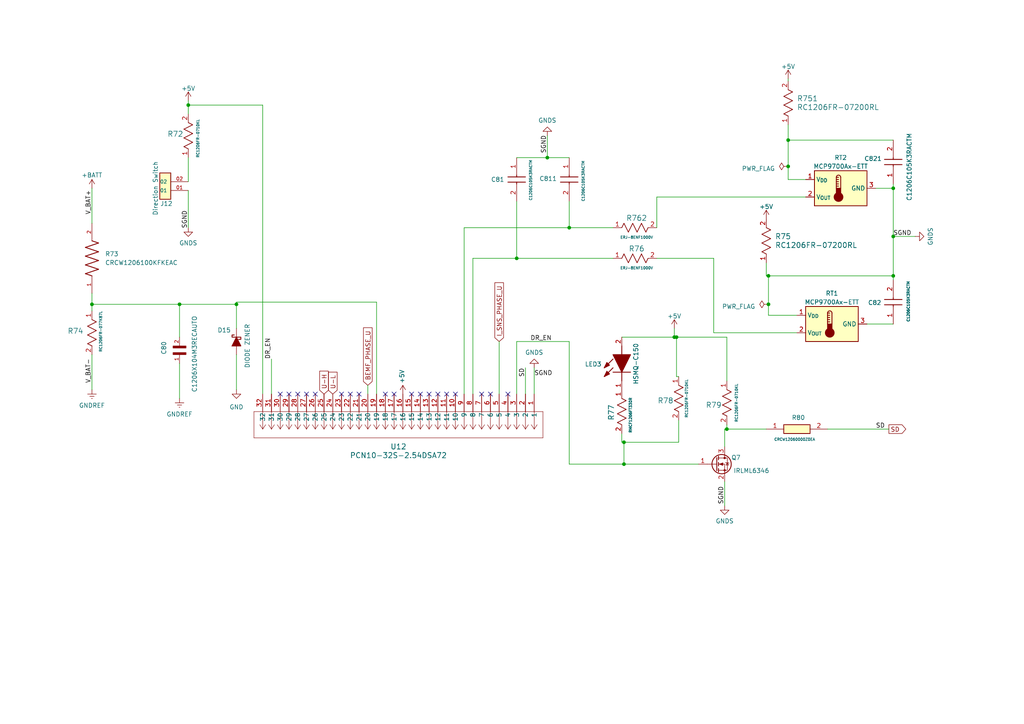
<source format=kicad_sch>
(kicad_sch (version 20231120) (generator "eeschema") (generator_version "8.0")
  (paper "A4")
  (lib_symbols
    (symbol "C15:C1206X104M3RECAUTO" (pin_names (offset 1.016))
      (property "Reference" "C" (at 0 3.8109 0))
      (property "Value" "C1206X104M3RECAUTO" (at 0 -5.0885 0))
      (symbol "C1206X104M3RECAUTO_0_0"
        (pin passive line (at -2.54 0 0) (length 2.54) (name "~") (number "1"))
        (pin passive line (at 5.08 0 180) (length 2.54) (name "~") (number "2"))
      )
    )
    (symbol "C72:C1206C105K3RACTM" (pin_names hide)
      (property "Reference" "C" (at 8.89 6.35 0))
      (property "Value" "C1206C105K3RACTM" (at 8.89 3.81 0))
      (symbol "C1206C105K3RACTM_1_1"
        (pin passive line (at 0 0 0) (length 5.08) (name "1") (number "1"))
        (pin passive line (at 12.7 0 180) (length 5.08) (name "2") (number "2"))
      )
    )
    (symbol "Device:D_Schottky_Filled" (pin_numbers hide) (pin_names (offset 1.016) hide)
      (property "Reference" "D" (at 0 2.54 0))
      (property "Value" "D_Schottky_Filled" (at 0 -2.54 0))
      (symbol "D_Schottky_Filled_1_1"
        (pin passive line (at -3.81 0 0) (length 2.54) (name "K") (number "1"))
        (pin passive line (at 3.81 0 180) (length 2.54) (name "A") (number "2"))
      )
    )
    (symbol "LED1:HSMQ-C150" (pin_names hide)
      (property "Reference" "LED" (at 12.7 8.89 0))
      (property "Value" "HSMQ-C150" (at 12.7 6.35 0))
      (symbol "HSMQ-C150_1_1"
        (pin passive line (at 0 0 0) (length 2.54) (name "K") (number "1"))
        (pin passive line (at 15.24 0 180) (length 2.54) (name "A") (number "2"))
      )
    )
    (symbol "PCN10C-32S-2.54DS(72):PCN10-32S-2.54DSA72" (pin_names (offset 0.254))
      (property "Reference" "J" (at 8.89 6.35 0))
      (property "Value" "PCN10-32S-2.54DSA72" (at 0 0 0))
      (symbol "PCN10-32S-2.54DSA72_1_1"
        (pin unspecified line (at 0 0 0) (length 5.08) (name "1") (number "1"))
        (pin unspecified line (at 0 -22.86 0) (length 5.08) (name "10") (number "10"))
        (pin unspecified line (at 0 -25.4 0) (length 5.08) (name "11") (number "11"))
        (pin unspecified line (at 0 -27.94 0) (length 5.08) (name "12") (number "12"))
        (pin unspecified line (at 0 -30.48 0) (length 5.08) (name "13") (number "13"))
        (pin unspecified line (at 0 -33.02 0) (length 5.08) (name "14") (number "14"))
        (pin unspecified line (at 0 -35.56 0) (length 5.08) (name "15") (number "15"))
        (pin unspecified line (at 0 -38.1 0) (length 5.08) (name "16") (number "16"))
        (pin unspecified line (at 0 -40.64 0) (length 5.08) (name "17") (number "17"))
        (pin unspecified line (at 0 -43.18 0) (length 5.08) (name "18") (number "18"))
        (pin unspecified line (at 0 -45.72 0) (length 5.08) (name "19") (number "19"))
        (pin unspecified line (at 0 -2.54 0) (length 5.08) (name "2") (number "2"))
        (pin unspecified line (at 0 -48.26 0) (length 5.08) (name "20") (number "20"))
        (pin unspecified line (at 0 -50.8 0) (length 5.08) (name "21") (number "21"))
        (pin unspecified line (at 0 -53.34 0) (length 5.08) (name "22") (number "22"))
        (pin unspecified line (at 0 -55.88 0) (length 5.08) (name "23") (number "23"))
        (pin unspecified line (at 0 -58.42 0) (length 5.08) (name "24") (number "24"))
        (pin unspecified line (at 0 -60.96 0) (length 5.08) (name "25") (number "25"))
        (pin unspecified line (at 0 -63.5 0) (length 5.08) (name "26") (number "26"))
        (pin unspecified line (at 0 -66.04 0) (length 5.08) (name "27") (number "27"))
        (pin unspecified line (at 0 -68.58 0) (length 5.08) (name "28") (number "28"))
        (pin unspecified line (at 0 -71.12 0) (length 5.08) (name "29") (number "29"))
        (pin unspecified line (at 0 -5.08 0) (length 5.08) (name "3") (number "3"))
        (pin unspecified line (at 0 -73.66 0) (length 5.08) (name "30") (number "30"))
        (pin unspecified line (at 0 -76.2 0) (length 5.08) (name "31") (number "31"))
        (pin unspecified line (at 0 -78.74 0) (length 5.08) (name "32") (number "32"))
        (pin unspecified line (at 0 -7.62 0) (length 5.08) (name "4") (number "4"))
        (pin unspecified line (at 0 -10.16 0) (length 5.08) (name "5") (number "5"))
        (pin unspecified line (at 0 -12.7 0) (length 5.08) (name "6") (number "6"))
        (pin unspecified line (at 0 -15.24 0) (length 5.08) (name "7") (number "7"))
        (pin unspecified line (at 0 -17.78 0) (length 5.08) (name "8") (number "8"))
        (pin unspecified line (at 0 -20.32 0) (length 5.08) (name "9") (number "9"))
      )
      (symbol "PCN10-32S-2.54DSA72_1_2"
        (pin unspecified line (at 0 0 0) (length 5.08) (name "1") (number "1"))
        (pin unspecified line (at 0 -22.86 0) (length 5.08) (name "10") (number "10"))
        (pin unspecified line (at 0 -25.4 0) (length 5.08) (name "11") (number "11"))
        (pin unspecified line (at 0 -27.94 0) (length 5.08) (name "12") (number "12"))
        (pin unspecified line (at 0 -30.48 0) (length 5.08) (name "13") (number "13"))
        (pin unspecified line (at 0 -33.02 0) (length 5.08) (name "14") (number "14"))
        (pin unspecified line (at 0 -35.56 0) (length 5.08) (name "15") (number "15"))
        (pin unspecified line (at 0 -38.1 0) (length 5.08) (name "16") (number "16"))
        (pin unspecified line (at 0 -40.64 0) (length 5.08) (name "17") (number "17"))
        (pin unspecified line (at 0 -43.18 0) (length 5.08) (name "18") (number "18"))
        (pin unspecified line (at 0 -45.72 0) (length 5.08) (name "19") (number "19"))
        (pin unspecified line (at 0 -2.54 0) (length 5.08) (name "2") (number "2"))
        (pin unspecified line (at 0 -48.26 0) (length 5.08) (name "20") (number "20"))
        (pin unspecified line (at 0 -50.8 0) (length 5.08) (name "21") (number "21"))
        (pin unspecified line (at 0 -53.34 0) (length 5.08) (name "22") (number "22"))
        (pin unspecified line (at 0 -55.88 0) (length 5.08) (name "23") (number "23"))
        (pin unspecified line (at 0 -58.42 0) (length 5.08) (name "24") (number "24"))
        (pin unspecified line (at 0 -60.96 0) (length 5.08) (name "25") (number "25"))
        (pin unspecified line (at 0 -63.5 0) (length 5.08) (name "26") (number "26"))
        (pin unspecified line (at 0 -66.04 0) (length 5.08) (name "27") (number "27"))
        (pin unspecified line (at 0 -68.58 0) (length 5.08) (name "28") (number "28"))
        (pin unspecified line (at 0 -71.12 0) (length 5.08) (name "29") (number "29"))
        (pin unspecified line (at 0 -5.08 0) (length 5.08) (name "3") (number "3"))
        (pin unspecified line (at 0 -73.66 0) (length 5.08) (name "30") (number "30"))
        (pin unspecified line (at 0 -76.2 0) (length 5.08) (name "31") (number "31"))
        (pin unspecified line (at 0 -78.74 0) (length 5.08) (name "32") (number "32"))
        (pin unspecified line (at 0 -7.62 0) (length 5.08) (name "4") (number "4"))
        (pin unspecified line (at 0 -10.16 0) (length 5.08) (name "5") (number "5"))
        (pin unspecified line (at 0 -12.7 0) (length 5.08) (name "6") (number "6"))
        (pin unspecified line (at 0 -15.24 0) (length 5.08) (name "7") (number "7"))
        (pin unspecified line (at 0 -17.78 0) (length 5.08) (name "8") (number "8"))
        (pin unspecified line (at 0 -20.32 0) (length 5.08) (name "9") (number "9"))
      )
    )
    (symbol "R13:CRCW1206100KFKEAC" (pin_names (offset 1.016))
      (property "Reference" "R" (at -7.6244 2.5415 0))
      (property "Value" "CRCW1206100KFKEAC" (at -7.63 -5.0866 0))
      (symbol "CRCW1206100KFKEAC_0_0"
        (pin passive line (at -10.16 0 0) (length 5.08) (name "~") (number "1"))
        (pin passive line (at 10.16 0 180) (length 5.08) (name "~") (number "2"))
      )
    )
    (symbol "R72:RC1206FR-0710KL" (pin_names (offset 0.254))
      (property "Reference" "R" (at 5.715 3.81 0))
      (property "Value" "RC1206FR-0710KL" (at 6.35 -3.81 0))
      (symbol "RC1206FR-0710KL_1_1"
        (pin unspecified line (at 12.7 0 180) (length 2.54) (name "") (number "1"))
        (pin unspecified line (at 0 0 0) (length 2.54) (name "") (number "2"))
      )
      (symbol "RC1206FR-0710KL_1_2"
        (pin unspecified line (at 0 12.7 270) (length 2.54) (name "") (number "1"))
        (pin unspecified line (at 0 0 90) (length 2.54) (name "") (number "2"))
      )
    )
    (symbol "R74:RC1206FR-077K87L" (pin_names (offset 0.254))
      (property "Reference" "R" (at 5.715 3.81 0))
      (property "Value" "RC1206FR-077K87L" (at 6.35 -3.81 0))
      (symbol "RC1206FR-077K87L_1_1"
        (pin unspecified line (at 12.7 0 180) (length 2.54) (name "") (number "1"))
        (pin unspecified line (at 0 0 0) (length 2.54) (name "") (number "2"))
      )
      (symbol "RC1206FR-077K87L_1_2"
        (pin unspecified line (at 0 12.7 270) (length 2.54) (name "") (number "1"))
        (pin unspecified line (at 0 0 90) (length 2.54) (name "") (number "2"))
      )
    )
    (symbol "R75:RC1206FR-07200RL" (pin_names (offset 0.254))
      (property "Reference" "R" (at 5.715 3.81 0))
      (property "Value" "RC1206FR-07200RL" (at 6.35 -3.81 0))
      (symbol "RC1206FR-07200RL_1_1"
        (pin unspecified line (at 12.7 0 180) (length 2.54) (name "") (number "1"))
        (pin unspecified line (at 0 0 0) (length 2.54) (name "") (number "2"))
      )
      (symbol "RC1206FR-07200RL_1_2"
        (pin unspecified line (at 0 12.7 270) (length 2.54) (name "") (number "1"))
        (pin unspecified line (at 0 0 90) (length 2.54) (name "") (number "2"))
      )
    )
    (symbol "R76:ERJ-8ENF1000V" (pin_names (offset 0.254))
      (property "Reference" "R" (at 5.715 3.81 0))
      (property "Value" "ERJ-8ENF1000V" (at 6.35 -3.81 0))
      (symbol "ERJ-8ENF1000V_1_1"
        (pin unspecified line (at 12.7 0 180) (length 2.54) (name "") (number "1"))
        (pin unspecified line (at 0 0 0) (length 2.54) (name "") (number "2"))
      )
      (symbol "ERJ-8ENF1000V_1_2"
        (pin unspecified line (at 0 12.7 270) (length 2.54) (name "") (number "1"))
        (pin unspecified line (at 0 0 90) (length 2.54) (name "") (number "2"))
      )
    )
    (symbol "R77:RMCF1206FT330R" (pin_names (offset 0.254))
      (property "Reference" "R" (at 5.715 3.81 0))
      (property "Value" "RMCF1206FT330R" (at 6.35 -3.81 0))
      (symbol "RMCF1206FT330R_1_1"
        (pin unspecified line (at 0 0 0) (length 2.54) (name "") (number "1"))
        (pin unspecified line (at 12.7 0 180) (length 2.54) (name "") (number "2"))
      )
      (symbol "RMCF1206FT330R_1_2"
        (pin unspecified line (at 0 12.7 270) (length 2.54) (name "") (number "1"))
        (pin unspecified line (at 0 0 90) (length 2.54) (name "") (number "2"))
      )
    )
    (symbol "R7:CRCW12060000Z0EA" (pin_names hide)
      (property "Reference" "R" (at 13.97 6.35 0))
      (property "Value" "CRCW12060000Z0EA" (at 13.97 3.81 0))
      (symbol "CRCW12060000Z0EA_1_1"
        (pin passive line (at 0 0 0) (length 5.08) (name "1") (number "1"))
        (pin passive line (at 17.78 0 180) (length 5.08) (name "2") (number "2"))
      )
    )
    (symbol "Sensor_Temperature:MCP9700Ax-ETT"
      (property "Reference" "U?" (at -5.08 6.35 0))
      (property "Value" "MCP9700Ax-ETT" (at 7.62 -6.35 0))
      (symbol "MCP9700Ax-ETT_1_1"
        (pin power_in line (at -10.16 2.54 0) (length 2.54) (name "V_{DD}") (number "1"))
        (pin output line (at -10.16 -2.54 0) (length 2.54) (name "V_{OUT}") (number "2"))
        (pin power_in line (at 10.16 0 180) (length 2.54) (name "GND") (number "3"))
      )
    )
    (symbol "TSW-102-08-L-S:TSW-102-08-L-S" (pin_names (offset 1.016))
      (property "Reference" "J?" (at 0 6.35 0))
      (property "Value" "TSW-102-08-L-S" (at 0 3.81 0))
      (symbol "TSW-102-08-L-S_0_0"
        (pin passive line (at -12.7 2.54 0) (length 5.08) (name "01") (number "01"))
        (pin passive line (at -12.7 0 0) (length 5.08) (name "02") (number "02"))
      )
    )
    (symbol "Transistor_FET:IRLML0030" (pin_names hide)
      (property "Reference" "Q" (at 5.08 1.905 0))
      (property "Value" "IRLML0030" (at 5.08 0 0))
      (symbol "IRLML0030_1_1"
        (pin input line (at -5.08 0 0) (length 2.54) (name "G") (number "1"))
        (pin passive line (at 2.54 -5.08 90) (length 2.54) (name "S") (number "2"))
        (pin passive line (at 2.54 5.08 270) (length 2.54) (name "D") (number "3"))
      )
    )
    (symbol "power:+5V" (power) (pin_names (offset 0))
      (property "Value" "+5V" (at 0 3.556 0))
      (symbol "+5V_1_1"
        (pin power_in line (at 0 0 90) (length 0) hide (name "+5V") (number "1"))
      )
    )
    (symbol "power:+BATT" (power) (pin_names (offset 0))
      (property "Value" "+BATT" (at 0 3.556 0))
      (symbol "+BATT_1_1"
        (pin power_in line (at 0 0 90) (length 0) hide (name "+BATT") (number "1"))
      )
    )
    (symbol "power:GND" (power) (pin_names (offset 0))
      (property "Value" "GND" (at 0 -3.81 0))
      (symbol "GND_1_1"
        (pin power_in line (at 0 0 270) (length 0) hide (name "GND") (number "1"))
      )
    )
    (symbol "power:GNDREF" (power) (pin_names (offset 0))
      (property "Value" "GNDREF" (at 0 -3.81 0))
      (symbol "GNDREF_1_1"
        (pin power_in line (at 0 0 270) (length 0) hide (name "GNDREF") (number "1"))
      )
    )
    (symbol "power:GNDS" (power) (pin_names (offset 0))
      (property "Value" "GNDS" (at 0 -3.81 0))
      (symbol "GNDS_1_1"
        (pin power_in line (at 0 0 270) (length 0) hide (name "GNDS") (number "1"))
      )
    )
    (symbol "power:PWR_FLAG" (power) (pin_numbers hide) (pin_names (offset 0) hide)
      (property "Value" "PWR_FLAG" (at 0 3.81 0))
      (symbol "PWR_FLAG_0_0"
        (pin power_out line (at 0 0 90) (length 0) (name "pwr") (number "1"))
      )
    )
  )
  (junction (at 165.1 66.04))
  (junction (at 195.58 97.79))
  (junction (at 228.6 40.64))
  (junction (at 180.975 128.27))
  (junction (at 196.215 97.79))
  (junction (at 259.08 54.61))
  (junction (at 26.67 88.265))
  (junction (at 222.885 88.265))
  (junction (at 180.975 134.62))
  (junction (at 228.6 48.26))
  (junction (at 149.86 74.93))
  (junction (at 222.885 80.01))
  (junction (at 52.07 88.265))
  (junction (at 259.08 68.58))
  (junction (at 158.75 45.72))
  (junction (at 210.82 124.46))
  (junction (at 259.08 80.01))
  (junction (at 68.58 88.265))
  (junction (at 54.61 30.48))
  (no_connect (at 81.28 114.3))
  (no_connect (at 99.06 114.3))
  (no_connect (at 101.6 114.3))
  (no_connect (at 129.54 114.3))
  (no_connect (at 83.82 114.3))
  (no_connect (at 147.32 114.3))
  (no_connect (at 121.92 114.3))
  (no_connect (at 86.36 114.3))
  (no_connect (at 111.76 114.3))
  (no_connect (at 142.24 114.3))
  (no_connect (at 139.7 114.3))
  (no_connect (at 127 114.3))
  (no_connect (at 91.44 114.3))
  (no_connect (at 119.38 114.3))
  (no_connect (at 104.14 114.3))
  (no_connect (at 132.08 114.3))
  (no_connect (at 88.9 114.3))
  (no_connect (at 114.3 114.3))
  (no_connect (at 124.46 114.3))
  (wire (pts (xy 222.25 80.01) (xy 222.25 76.2)))
  (wire (pts (xy 228.6 22.86) (xy 228.6 23.495)))
  (wire (pts (xy 190.5 57.15) (xy 190.5 66.04)))
  (wire (pts (xy 180.34 128.27) (xy 180.975 128.27)))
  (wire (pts (xy 149.86 114.3) (xy 149.86 99.06)))
  (wire (pts (xy 149.86 45.72) (xy 158.75 45.72)))
  (wire (pts (xy 68.58 87.63) (xy 68.58 88.265)))
  (wire (pts (xy 134.62 66.04) (xy 165.1 66.04)))
  (wire (pts (xy 52.07 88.265) (xy 68.58 88.265)))
  (wire (pts (xy 202.565 134.62) (xy 180.975 134.62)))
  (wire (pts (xy 137.16 74.93) (xy 137.16 114.3)))
  (wire (pts (xy 190.5 57.15) (xy 233.68 57.15)))
  (wire (pts (xy 233.68 52.07) (xy 228.6 52.07)))
  (wire (pts (xy 228.6 40.64) (xy 228.6 48.26)))
  (wire (pts (xy 210.185 124.46) (xy 210.82 124.46)))
  (wire (pts (xy 152.4 106.68) (xy 152.4 114.3)))
  (wire (pts (xy 165.1 99.06) (xy 165.1 134.62)))
  (wire (pts (xy 196.85 128.27) (xy 180.975 128.27)))
  (wire (pts (xy 165.1 134.62) (xy 180.975 134.62)))
  (wire (pts (xy 259.08 68.58) (xy 259.08 80.01)))
  (wire (pts (xy 109.22 87.63) (xy 109.22 114.3)))
  (wire (pts (xy 54.61 45.72) (xy 54.61 52.705)))
  (wire (pts (xy 222.25 80.01) (xy 222.885 80.01)))
  (wire (pts (xy 196.215 109.22) (xy 196.85 109.22)))
  (wire (pts (xy 259.08 80.01) (xy 259.08 81.28)))
  (wire (pts (xy 228.6 40.64) (xy 228.6 36.195)))
  (wire (pts (xy 259.08 93.98) (xy 251.46 93.98)))
  (wire (pts (xy 180.975 128.27) (xy 180.975 134.62)))
  (wire (pts (xy 158.75 45.72) (xy 165.1 45.72)))
  (wire (pts (xy 196.215 97.79) (xy 196.215 109.22)))
  (wire (pts (xy 210.185 124.46) (xy 210.185 129.54)))
  (wire (pts (xy 68.58 87.63) (xy 109.22 87.63)))
  (wire (pts (xy 26.67 85.09) (xy 26.67 88.265)))
  (wire (pts (xy 134.62 114.3) (xy 134.62 66.04)))
  (wire (pts (xy 207.01 74.93) (xy 190.5 74.93)))
  (wire (pts (xy 137.16 74.93) (xy 149.86 74.93)))
  (wire (pts (xy 144.78 99.06) (xy 144.78 114.3)))
  (wire (pts (xy 259.08 68.58) (xy 265.43 68.58)))
  (wire (pts (xy 195.58 95.25) (xy 195.58 97.79)))
  (wire (pts (xy 149.86 58.42) (xy 149.86 74.93)))
  (wire (pts (xy 76.2 30.48) (xy 54.61 30.48)))
  (wire (pts (xy 149.86 74.93) (xy 177.8 74.93)))
  (wire (pts (xy 54.61 55.245) (xy 54.61 66.04)))
  (wire (pts (xy 149.86 99.06) (xy 165.1 99.06)))
  (wire (pts (xy 26.67 54.61) (xy 26.67 64.77)))
  (wire (pts (xy 231.14 91.44) (xy 222.885 91.44)))
  (wire (pts (xy 26.67 102.87) (xy 26.67 113.03)))
  (wire (pts (xy 180.34 125.73) (xy 180.34 128.27)))
  (wire (pts (xy 68.58 88.265) (xy 68.58 95.25)))
  (wire (pts (xy 196.85 121.92) (xy 196.85 128.27)))
  (wire (pts (xy 210.185 139.7) (xy 210.185 146.685)))
  (wire (pts (xy 210.82 97.79) (xy 210.82 110.49)))
  (wire (pts (xy 52.07 88.265) (xy 52.07 97.79)))
  (wire (pts (xy 78.74 104.14) (xy 78.74 114.3)))
  (wire (pts (xy 165.1 66.04) (xy 177.8 66.04)))
  (wire (pts (xy 26.67 88.265) (xy 52.07 88.265)))
  (wire (pts (xy 106.68 111.76) (xy 106.68 114.3)))
  (wire (pts (xy 195.58 97.79) (xy 196.215 97.79)))
  (wire (pts (xy 54.61 30.48) (xy 54.61 33.02)))
  (wire (pts (xy 52.07 105.41) (xy 52.07 115.57)))
  (wire (pts (xy 26.67 88.265) (xy 26.67 90.17)))
  (wire (pts (xy 240.03 124.46) (xy 257.81 124.46)))
  (wire (pts (xy 210.82 124.46) (xy 222.25 124.46)))
  (wire (pts (xy 228.6 40.64) (xy 259.08 40.64)))
  (wire (pts (xy 254 54.61) (xy 259.08 54.61)))
  (wire (pts (xy 207.01 96.52) (xy 207.01 74.93)))
  (wire (pts (xy 259.08 53.34) (xy 259.08 54.61)))
  (wire (pts (xy 231.14 96.52) (xy 207.01 96.52)))
  (wire (pts (xy 54.61 29.21) (xy 54.61 30.48)))
  (wire (pts (xy 165.1 58.42) (xy 165.1 66.04)))
  (wire (pts (xy 222.885 88.265) (xy 222.885 80.01)))
  (wire (pts (xy 68.58 102.87) (xy 68.58 113.03)))
  (wire (pts (xy 222.885 80.01) (xy 259.08 80.01)))
  (wire (pts (xy 158.75 39.37) (xy 158.75 45.72)))
  (wire (pts (xy 259.08 54.61) (xy 259.08 68.58)))
  (wire (pts (xy 76.2 114.3) (xy 76.2 30.48)))
  (wire (pts (xy 222.885 91.44) (xy 222.885 88.265)))
  (wire (pts (xy 228.6 52.07) (xy 228.6 48.26)))
  (wire (pts (xy 196.215 97.79) (xy 210.82 97.79)))
  (wire (pts (xy 210.82 123.19) (xy 210.82 124.46)))
  (wire (pts (xy 180.34 97.79) (xy 195.58 97.79)))
  (wire (pts (xy 154.94 106.68) (xy 154.94 114.3)))
  (label "SGND" (at 158.75 44.45 90))
  (label "SGND" (at 210.185 140.97 270))
  (label "V_BAT-" (at 26.67 111.125 90))
  (label "SGND" (at 154.94 109.22 0))
  (label "DR_EN" (at 78.74 104.14 90))
  (label "SD" (at 254 124.46 0))
  (label "SGND" (at 54.61 60.96 270))
  (label "SGND" (at 259.08 68.58 0))
  (label "DR_EN" (at 160.02 99.06 180))
  (label "SD" (at 152.4 106.68 270))
  (label "V_BAT+" (at 26.67 62.23 90))
  (global_label "SD" (shape output) (at 257.81 124.46 0) (property "Intersheetrefs" "${INTERSHEET_REFS}" (effects (hide yes))))
  (global_label "BEMF_PHASE_U" (shape input) (at 106.68 111.76 90) (property "Intersheetrefs" "${INTERSHEET_REFS}" (effects (hide yes))))
  (global_label "U-H" (shape input) (at 93.98 114.3 90) (property "Intersheetrefs" "${INTERSHEET_REFS}" (effects (hide yes))))
  (global_label "U-L" (shape input) (at 96.52 114.3 90) (property "Intersheetrefs" "${INTERSHEET_REFS}" (effects (hide yes))))
  (global_label "I_SNS_PHASE_U" (shape input) (at 144.78 99.06 90) (property "Intersheetrefs" "${INTERSHEET_REFS}" (effects (hide yes))))
  (symbol (lib_id "R75:RC1206FR-07200RL") (at 228.6 23.495 270) (unit 1)
    (property "Reference" "R751" (at 231.14 28.5749 90) (effects (font (size 1.524 1.524)) (justify left)))
    (property "Value" "RC1206FR-07200RL" (at 231.14 31.1149 90) (effects (font (size 1.524 1.524)) (justify left)))
    (property "Footprint" "Resistor-1206-Footprints:R75" (effects (hide yes)))
    (property "Datasheet" "RC1206FR-07200RL" (effects (hide yes)))
  )
  (symbol (lib_id "PCN10C-32S-2.54DS(72):PCN10-32S-2.54DSA72") (at 154.94 114.3 270) (unit 1)
    (property "Reference" "U12" (at 115.57 129.54 90) (effects (font (size 1.524 1.524))))
    (property "Value" "PCN10-32S-2.54DSA72" (at 115.57 132.08 90) (effects (font (size 1.524 1.524))))
    (property "Footprint" "Misc-Footprints:PCN" (effects (hide yes)))
    (property "Datasheet" "PCN10-32S-2.54DSA72" (effects (hide yes)))
  )
  (symbol (lib_id "LED1:HSMQ-C150") (at 180.34 113.03 90) (unit 1)
    (property "Reference" "LED3" (at 174.498 104.902 90) (effects (justify left bottom)))
    (property "Value" "HSMQ-C150" (at 185.166 111.506 0) (effects (justify left bottom)))
    (property "Footprint" "Misc-Footprints:LED1" (effects (hide yes)))
    (property "Datasheet" "https://docs.broadcom.com/docs/AV02-0977EN" (effects (hide yes)))
    (property "Description" "Broadcom 527 nm Green LED, 3216 (1206) SMD package" (effects (hide yes)))
    (property "Height" "1.2" (effects (hide yes)))
    (property "Mouser Part Number" "630-HSMQ-C150" (effects (hide yes)))
    (property "Mouser Price/Stock" "https://www.mouser.co.uk/ProductDetail/Broadcom-Avago/HSMQ-C150?qs=YDL0qNrpDT6mhkIlhnmnog%3D%3D" (effects (hide yes)))
    (property "Manufacturer_Name" "Avago Technologies" (effects (hide yes)))
    (property "Manufacturer_Part_Number" "HSMQ-C150" (effects (hide yes)))
  )
  (symbol (lib_id "Device:D_Schottky_Filled") (at 68.58 99.06 90) (mirror x) (unit 1)
    (property "Reference" "D15" (at 65.024 95.758 90))
    (property "Value" "DIODE ZENER" (at 71.755 100.33 0))
    (property "Footprint" "Misc-Footprints:D15" (effects (hide yes)))
  )
  (symbol (lib_id "power:GNDS") (at 210.185 146.685 0) (unit 1)
    (property "Reference" "#PWR083" (effects (hide yes)))
    (property "Value" "GNDS" (at 210.185 151.13 0))
  )
  (symbol (lib_id "R7:CRCW12060000Z0EA") (at 222.25 124.46 0) (unit 1)
    (property "Reference" "R80" (at 229.616 120.396 0) (effects (justify left top)))
    (property "Value" "CRCW12060000Z0EA" (at 224.536 127 0) (effects (font (size 0.762 0.762)) (justify left top)))
    (property "Footprint" "Resistor-1206-Footprints:R7" (effects (hide yes)))
    (property "Datasheet" "http://www.vishay.com/docs/20035/dcrcwe3.pdf" (effects (hide yes)))
    (property "Description" "CRCW1206 Surface Mount Resistor, 0R0 Vishay CRCW Series Thick Film Surface Mount Resistor 1206 Case 0 1% 0.25W" (effects (hide yes)))
  )
  (symbol (lib_id "power:GNDS") (at 158.75 39.37 180) (unit 1)
    (property "Reference" "#PWR079" (effects (hide yes)))
    (property "Value" "GNDS" (at 158.75 34.925 0))
  )
  (symbol (lib_id "power:+BATT") (at 26.67 54.61 0) (unit 1)
    (property "Reference" "#PWR077" (effects (hide yes)))
    (property "Value" "+BATT" (at 26.67 50.8 0))
  )
  (symbol (lib_id "power:GNDREF") (at 52.07 115.57 0) (unit 1)
    (property "Reference" "#PWR09" (effects (hide yes)))
    (property "Value" "GNDREF" (at 52.07 120.142 0))
  )
  (symbol (lib_id "power:GNDS") (at 154.94 106.68 180) (unit 1)
    (property "Reference" "#PWR08" (effects (hide yes)))
    (property "Value" "GNDS" (at 154.94 102.235 0))
  )
  (symbol (lib_id "power:GND") (at 68.58 113.03 0) (unit 1)
    (property "Reference" "#PWR011" (effects (hide yes)))
    (property "Value" "GND" (at 68.58 118.0592 0))
  )
  (symbol (lib_id "R13:CRCW1206100KFKEAC") (at 26.67 74.93 90) (unit 1)
    (property "Reference" "R73" (at 30.48 73.6599 90) (effects (justify right)))
    (property "Value" "CRCW1206100KFKEAC" (at 30.48 76.1999 90) (effects (justify right)))
    (property "Footprint" "Resistor-1206-Footprints:R13" (effects (hide yes)))
  )
  (symbol (lib_id "R75:RC1206FR-07200RL") (at 222.25 63.5 270) (unit 1)
    (property "Reference" "R75" (at 224.79 68.5799 90) (effects (font (size 1.524 1.524)) (justify left)))
    (property "Value" "RC1206FR-07200RL" (at 224.79 71.1199 90) (effects (font (size 1.524 1.524)) (justify left)))
    (property "Footprint" "Resistor-1206-Footprints:R75" (effects (hide yes)))
    (property "Datasheet" "RC1206FR-07200RL" (effects (hide yes)))
  )
  (symbol (lib_id "R72:RC1206FR-0710KL") (at 196.85 121.92 90) (unit 1)
    (property "Reference" "R78" (at 193.04 116.205 90) (effects (font (size 1.524 1.524))))
    (property "Value" "RC1206FR-0710KL" (at 199.136 115.57 0) (effects (font (size 0.762 0.762))))
    (property "Footprint" "Resistor-1206-Footprints:R72" (effects (hide yes)))
    (property "Datasheet" "RC1206FR-0710KL" (effects (hide yes)))
  )
  (symbol (lib_id "power:+5V") (at 54.61 29.21 0) (unit 1)
    (property "Reference" "#PWR06" (effects (hide yes)))
    (property "Value" "+5V" (at 54.61 25.654 0))
  )
  (symbol (lib_id "C72:C1206C105K3RACTM") (at 259.08 93.98 90) (unit 1)
    (property "Reference" "C82" (at 255.651 88.519 90) (effects (justify left top)))
    (property "Value" "C1206C105K3RACTM" (at 263.017 93.345 0) (effects (font (size 0.762 0.762)) (justify left top)))
    (property "Footprint" "Kap-1206-Footprints:C72" (effects (hide yes)))
    (property "Datasheet" "https://content.kemet.com/datasheets/KEM_C1002_X7R_SMD.pdf" (effects (hide yes)))
    (property "Description" "SMD Comm X7R, Ceramic, 1 uF, 10%, 25 VDC, 62.5 VDC, 125C, -55C, X7R, SMD, MLCC, Temperature Stable, Class II, 3.5 % , 500 MOhms, 31 mg, 1206, 3.2mm, 1.6mm, 1.2mm, 0.5mm, 2500, 78  Weeks, 80" (effects (hide yes)))
    (property "Mouser Part Number" "80-C1206C105K3RACTM" (effects (hide yes)))
    (property "Mouser Price/Stock" "https://www.mouser.co.uk/ProductDetail/KEMET/C1206C105K3RACTM?qs=ED%252B2xvMfDz3XPPQCqty55A%3D%3D" (effects (hide yes)))
    (property "Manufacturer_Name" "KEMET" (effects (hide yes)))
    (property "Manufacturer_Part_Number" "C1206C105K3RACTM" (effects (hide yes)))
  )
  (symbol (lib_id "power:+5V") (at 195.58 95.25 0) (unit 1)
    (property "Reference" "#PWR082" (effects (hide yes)))
    (property "Value" "+5V" (at 195.58 91.694 0))
  )
  (symbol (lib_id "power:PWR_FLAG") (at 222.885 88.265 90) (unit 1)
    (property "Reference" "#FLG016" (effects (hide yes)))
    (property "Value" "PWR_FLAG" (at 219.075 88.9 90) (effects (justify left)))
  )
  (symbol (lib_id "R74:RC1206FR-077K87L") (at 26.67 102.87 90) (unit 1)
    (property "Reference" "R74" (at 19.558 96.012 90) (effects (font (size 1.524 1.524)) (justify right)))
    (property "Value" "RC1206FR-077K87L" (at 29.21 90.17 0) (effects (font (size 0.762 0.762)) (justify right)))
    (property "Footprint" "Resistor-1206-Footprints:R74" (effects (hide yes)))
    (property "Datasheet" "RC1206FR-077K87L" (effects (hide yes)))
  )
  (symbol (lib_id "C15:C1206X104M3RECAUTO") (at 52.07 102.87 90) (unit 1)
    (property "Reference" "C80" (at 48.2591 102.87 0) (effects (justify left bottom)))
    (property "Value" "C1206X104M3RECAUTO" (at 57.15 113.792 0) (effects (justify left bottom)))
    (property "Footprint" "Kap-1206-Footprints:C15" (effects (hide yes)))
  )
  (symbol (lib_id "power:+5V") (at 222.25 63.5 0) (unit 1)
    (property "Reference" "#PWR080" (effects (hide yes)))
    (property "Value" "+5V" (at 222.25 59.944 0))
  )
  (symbol (lib_id "R77:RMCF1206FT330R") (at 180.34 113.03 270) (unit 1)
    (property "Reference" "R77" (at 177.292 119.634 0) (effects (font (size 1.524 1.524))))
    (property "Value" "RMCF1206FT330R" (at 182.88 120.396 0) (effects (font (size 0.762 0.762))))
    (property "Footprint" "Resistor-1206-Footprints:R77" (effects (hide yes)))
    (property "Datasheet" "RMCF1206FT330R" (effects (hide yes)))
  )
  (symbol (lib_id "Transistor_FET:IRLML0030") (at 207.645 134.62 0) (unit 1)
    (property "Reference" "Q7" (at 212.09 132.715 0) (effects (justify left)))
    (property "Value" "IRLML6346" (at 212.725 136.525 0) (effects (justify left)))
    (property "Footprint" "infineon-library-footprints:IRLML6346TRPBF" (effects (hide yes)))
    (property "Datasheet" "https://www.infineon.com/dgdl/irlml0030pbf.pdf?fileId=5546d462533600a401535664773825df" (effects (hide yes)))
  )
  (symbol (lib_id "TSW-102-08-L-S:TSW-102-08-L-S") (at 41.91 52.705 180) (unit 1)
    (property "Reference" "J12" (at 48.26 59.055 0))
    (property "Value" "Direction Switch" (at 45.085 54.61 90))
    (property "Footprint" "Misc-Footprints:J12" (effects (hide yes)))
    (property "PARTREV" "R" (effects (hide yes)))
    (property "STANDARD" "Manufacturer Recommendations" (effects (hide yes)))
    (property "MANUFACTURER" "Samtec Inc." (effects (hide yes)))
  )
  (symbol (lib_id "C72:C1206C105K3RACTM") (at 259.08 53.34 90) (unit 1)
    (property "Reference" "C821" (at 255.778 46.736 90) (effects (justify left top)))
    (property "Value" "C1206C105K3RACTM" (at 263.017 58.293 0) (effects (justify left top)))
    (property "Footprint" "Kap-1206-Footprints:C72" (effects (hide yes)))
    (property "Datasheet" "https://content.kemet.com/datasheets/KEM_C1002_X7R_SMD.pdf" (effects (hide yes)))
    (property "Description" "SMD Comm X7R, Ceramic, 1 uF, 10%, 25 VDC, 62.5 VDC, 125C, -55C, X7R, SMD, MLCC, Temperature Stable, Class II, 3.5 % , 500 MOhms, 31 mg, 1206, 3.2mm, 1.6mm, 1.2mm, 0.5mm, 2500, 78  Weeks, 80" (effects (hide yes)))
    (property "Mouser Part Number" "80-C1206C105K3RACTM" (effects (hide yes)))
    (property "Mouser Price/Stock" "https://www.mouser.co.uk/ProductDetail/KEMET/C1206C105K3RACTM?qs=ED%252B2xvMfDz3XPPQCqty55A%3D%3D" (effects (hide yes)))
    (property "Manufacturer_Name" "KEMET" (effects (hide yes)))
    (property "Manufacturer_Part_Number" "C1206C105K3RACTM" (effects (hide yes)))
  )
  (symbol (lib_id "Sensor_Temperature:MCP9700Ax-ETT") (at 243.84 54.61 0) (unit 1)
    (property "Reference" "RT2" (at 243.84 45.72 0))
    (property "Value" "MCP9700Ax-ETT" (at 243.84 48.26 0))
    (property "Footprint" "infineon-library-footprints:MCP9700AT_E_TT" (effects (hide yes)))
    (property "Datasheet" "http://ww1.microchip.com/downloads/en/devicedoc/20001942g.pdf" (effects (hide yes)))
  )
  (symbol (lib_id "R72:RC1206FR-0710KL") (at 54.61 33.02 270) (unit 1)
    (property "Reference" "R72" (at 48.514 38.862 90) (effects (font (size 1.524 1.524)) (justify left)))
    (property "Value" "RC1206FR-0710KL" (at 57.404 34.544 0) (effects (font (size 0.762 0.762)) (justify left)))
    (property "Footprint" "Resistor-1206-Footprints:R72" (effects (hide yes)))
    (property "Datasheet" "RC1206FR-0710KL" (effects (hide yes)))
  )
  (symbol (lib_id "power:PWR_FLAG") (at 228.6 48.26 90) (unit 1)
    (property "Reference" "#FLG02" (effects (hide yes)))
    (property "Value" "PWR_FLAG" (at 224.79 48.895 90) (effects (justify left)))
  )
  (symbol (lib_id "power:+5V") (at 228.6 22.86 0) (unit 1)
    (property "Reference" "#PWR018" (effects (hide yes)))
    (property "Value" "+5V" (at 228.6 19.304 0))
  )
  (symbol (lib_id "R76:ERJ-8ENF1000V") (at 190.5 74.93 180) (unit 1)
    (property "Reference" "R76" (at 184.658 72.136 0) (effects (font (size 1.524 1.524))))
    (property "Value" "ERJ-8ENF1000V" (at 184.658 77.724 0) (effects (font (size 0.762 0.762))))
    (property "Footprint" "Resistor-1206-Footprints:R76" (effects (hide yes)))
    (property "Datasheet" "ERJ-8ENF1000V" (effects (hide yes)))
  )
  (symbol (lib_id "C72:C1206C105K3RACTM") (at 165.1 45.72 270) (unit 1)
    (property "Reference" "C811" (at 161.544 51.816 90) (effects (justify right)))
    (property "Value" "C1206C105K3RACTM" (at 169.164 58.42 0) (effects (font (size 0.762 0.762)) (justify right)))
    (property "Footprint" "Kap-1206-Footprints:C72" (effects (hide yes)))
    (property "Datasheet" "https://content.kemet.com/datasheets/KEM_C1002_X7R_SMD.pdf" (effects (hide yes)))
    (property "Description" "SMD Comm X7R, Ceramic, 1 uF, 10%, 25 VDC, 62.5 VDC, 125C, -55C, X7R, SMD, MLCC, Temperature Stable, Class II, 3.5 % , 500 MOhms, 31 mg, 1206, 3.2mm, 1.6mm, 1.2mm, 0.5mm, 2500, 78  Weeks, 80" (effects (hide yes)))
    (property "Mouser Part Number" "80-C1206C105K3RACTM" (effects (hide yes)))
    (property "Mouser Price/Stock" "https://www.mouser.co.uk/ProductDetail/KEMET/C1206C105K3RACTM?qs=ED%252B2xvMfDz3XPPQCqty55A%3D%3D" (effects (hide yes)))
    (property "Manufacturer_Name" "KEMET" (effects (hide yes)))
    (property "Manufacturer_Part_Number" "C1206C105K3RACTM" (effects (hide yes)))
  )
  (symbol (lib_id "R72:RC1206FR-0710KL") (at 210.82 123.19 90) (unit 1)
    (property "Reference" "R79" (at 207.01 117.475 90) (effects (font (size 1.524 1.524))))
    (property "Value" "RC1206FR-0710KL" (at 213.614 116.84 0) (effects (font (size 0.762 0.762))))
    (property "Footprint" "Resistor-1206-Footprints:R72" (effects (hide yes)))
    (property "Datasheet" "RC1206FR-0710KL" (effects (hide yes)))
  )
  (symbol (lib_id "R76:ERJ-8ENF1000V") (at 190.5 66.04 180) (unit 1)
    (property "Reference" "R762" (at 184.658 63.246 0) (effects (font (size 1.524 1.524))))
    (property "Value" "ERJ-8ENF1000V" (at 184.658 68.834 0) (effects (font (size 0.762 0.762))))
    (property "Footprint" "Resistor-1206-Footprints:R76" (effects (hide yes)))
    (property "Datasheet" "ERJ-8ENF1000V" (effects (hide yes)))
  )
  (symbol (lib_id "power:+5V") (at 116.84 114.3 0) (unit 1)
    (property "Reference" "#PWR010" (effects (hide yes)))
    (property "Value" "+5V" (at 116.586 111.252 90) (effects (justify left)))
  )
  (symbol (lib_id "power:GNDREF") (at 26.67 113.03 0) (unit 1)
    (property "Reference" "#PWR07" (effects (hide yes)))
    (property "Value" "GNDREF" (at 26.67 117.602 0))
  )
  (symbol (lib_id "power:GNDS") (at 265.43 68.58 90) (unit 1)
    (property "Reference" "#PWR019" (effects (hide yes)))
    (property "Value" "GNDS" (at 269.875 68.58 0))
  )
  (symbol (lib_id "Sensor_Temperature:MCP9700Ax-ETT") (at 241.3 93.98 0) (unit 1)
    (property "Reference" "RT1" (at 241.3 85.09 0))
    (property "Value" "MCP9700Ax-ETT" (at 241.3 87.63 0))
    (property "Footprint" "infineon-library-footprints:MCP9700AT_E_TT" (effects (hide yes)))
    (property "Datasheet" "http://ww1.microchip.com/downloads/en/devicedoc/20001942g.pdf" (effects (hide yes)))
  )
  (symbol (lib_id "power:GNDS") (at 54.61 66.04 0) (unit 1)
    (property "Reference" "#PWR078" (effects (hide yes)))
    (property "Value" "GNDS" (at 54.61 70.485 0))
  )
  (symbol (lib_id "C72:C1206C105K3RACTM") (at 149.86 45.72 270) (unit 1)
    (property "Reference" "C81" (at 146.304 52.07 90) (effects (justify right)))
    (property "Value" "C1206C105K3RACTM" (at 153.924 58.166 0) (effects (font (size 0.762 0.762)) (justify right)))
    (property "Footprint" "Kap-1206-Footprints:C72" (effects (hide yes)))
    (property "Datasheet" "https://content.kemet.com/datasheets/KEM_C1002_X7R_SMD.pdf" (effects (hide yes)))
    (property "Description" "SMD Comm X7R, Ceramic, 1 uF, 10%, 25 VDC, 62.5 VDC, 125C, -55C, X7R, SMD, MLCC, Temperature Stable, Class II, 3.5 % , 500 MOhms, 31 mg, 1206, 3.2mm, 1.6mm, 1.2mm, 0.5mm, 2500, 78  Weeks, 80" (effects (hide yes)))
    (property "Mouser Part Number" "80-C1206C105K3RACTM" (effects (hide yes)))
    (property "Mouser Price/Stock" "https://www.mouser.co.uk/ProductDetail/KEMET/C1206C105K3RACTM?qs=ED%252B2xvMfDz3XPPQCqty55A%3D%3D" (effects (hide yes)))
    (property "Manufacturer_Name" "KEMET" (effects (hide yes)))
    (property "Manufacturer_Part_Number" "C1206C105K3RACTM" (effects (hide yes)))
  )
)
</source>
